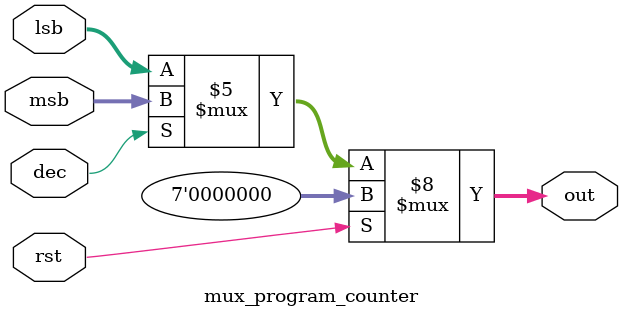
<source format=v>
`timescale 1ns / 1ps
module mux_program_counter #(parameter nbits = 7)(
	 input rst,
    input [nbits-1:0] msb,
    input [nbits-1:0] lsb,
    output reg [nbits-1:0] out,
    input dec
    );
	 
	 always@(msb, lsb, dec, rst) begin
		if(rst == 1) out <= 0;
		else begin
			 if (dec == 0) begin
				out <= lsb;
			 end
			 else begin
				out <= msb;
			 end
		end
	 end
	 
endmodule

</source>
